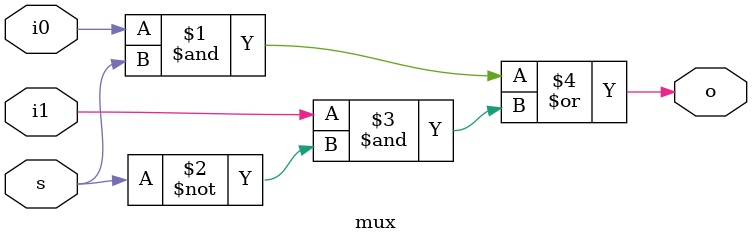
<source format=v>
module left_shift(in,shift,out);

	input [24:0]in;
	input [4:0]shift;
	output [24:0]out;

	wire [24:0]stage1,stage2,stage3,stage4;
	genvar i;

	// stage 1
	mux stage_1_0(1'b0,in[0],shift[0],stage1[0]);
	generate
		for(i=1;i<25;i=i+1)
			mux stage_1(in[i-1],in[i],shift[0],stage1[i]);
	endgenerate

	// stage 2
	mux stage_2_0(1'b0,stage1[0],shift[1],stage2[0]);
	mux stage_2_1(1'b0,stage1[1],shift[1],stage2[1]);
	generate
		for(i=2;i<25;i=i+1)
			mux stage_2(stage1[i-2],stage1[i],shift[1],stage2[i]);
	endgenerate

	// stage 3
	generate
		for(i=0;i<4;i=i+1)
			mux stage_3(1'b0,stage2[i],shift[2],stage3[i]);
	endgenerate
	generate
		for(i=4;i<25;i=i+1)
			mux stage_3(stage2[i-4],stage2[i],shift[2],stage3[i]);
	endgenerate

	// stage 4
	generate
		for(i=0;i<8;i=i+1)
			mux stage_4(1'b0,stage3[i],shift[3],stage4[i]);
	endgenerate
	generate
		for(i=8;i<25;i=i+1)
			mux stage_4(stage3[i-8],stage3[i],shift[3],stage4[i]);
	endgenerate

	// stage 5
	generate
		for(i=0;i<16;i=i+1)
			mux stage_5(1'b0,stage4[i],shift[4],out[i]);
	endgenerate
	generate
		for(i=16;i<25;i=i+1)
			mux stage_5(stage4[i-16],stage4[i],shift[4],out[i]);
	endgenerate

endmodule

module right_shift(in,shift,out);

	input [23:0]in;
	input [4:0]shift;
	output [23:0]out;

	wire [23:0]stage1,stage2,stage3,stage4;
	genvar i;

	// stage 1
	generate
		for(i=0;i<23;i=i+1)
			mux stage_1(in[i+1],in[i],shift[0],stage1[i]);
	endgenerate
	mux stage_1_24(1'b0,in[23],shift[0],stage1[23]);

	// stage 2
	generate
		for(i=0;i<22;i=i+1)
			mux stage_2(stage1[i+2],stage1[i],shift[1],stage2[i]);
	endgenerate
	mux stage_2_1(1'b0,stage1[22],shift[1],stage2[22]);
	mux stage_2_0(1'b0,stage1[23],shift[1],stage2[23]);

	// stage 3
	generate
		for(i=0;i<20;i=i+1)
			mux stage_3(stage2[i+4],stage2[i],shift[2],stage3[i]);
	endgenerate
	generate
		for(i=20;i<24;i=i+1)
			mux stage_3(1'b0,stage2[i],shift[2],stage3[i]);
	endgenerate

	// stage 4
	generate
		for(i=0;i<16;i=i+1)
			mux stage_4(stage3[i+8],stage3[i],shift[3],stage4[i]);
	endgenerate
	generate
		for(i=16;i<24;i=i+1)
			mux stage_4(1'b0,stage3[i],shift[3],stage4[i]);
	endgenerate

	// stage 5
	generate
		for(i=0;i<8;i=i+1)
			mux stage_5(stage4[i+16],stage4[i],shift[4],out[i]);
	endgenerate
	generate
		for(i=8;i<24;i=i+1)
			mux stage_5(1'b0,stage4[i],shift[4],out[i]);
	endgenerate

endmodule

module mux(i0,i1,s,o);

	input i0,i1,s;
	output o;

	assign o = (i0 & s) | (i1 & ~s);

endmodule
</source>
